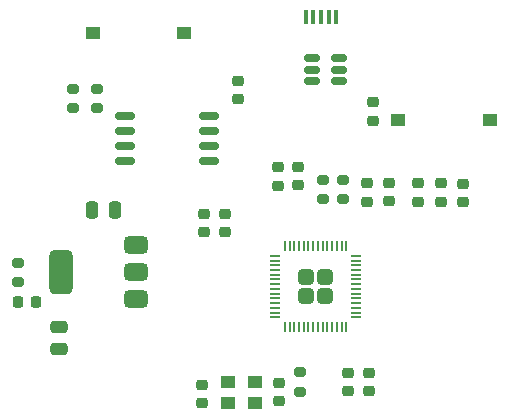
<source format=gbr>
%TF.GenerationSoftware,KiCad,Pcbnew,9.0.0*%
%TF.CreationDate,2025-07-15T18:26:09+02:00*%
%TF.ProjectId,RP2040,52503230-3430-42e6-9b69-6361645f7063,rev?*%
%TF.SameCoordinates,Original*%
%TF.FileFunction,Paste,Top*%
%TF.FilePolarity,Positive*%
%FSLAX46Y46*%
G04 Gerber Fmt 4.6, Leading zero omitted, Abs format (unit mm)*
G04 Created by KiCad (PCBNEW 9.0.0) date 2025-07-15 18:26:09*
%MOMM*%
%LPD*%
G01*
G04 APERTURE LIST*
G04 Aperture macros list*
%AMRoundRect*
0 Rectangle with rounded corners*
0 $1 Rounding radius*
0 $2 $3 $4 $5 $6 $7 $8 $9 X,Y pos of 4 corners*
0 Add a 4 corners polygon primitive as box body*
4,1,4,$2,$3,$4,$5,$6,$7,$8,$9,$2,$3,0*
0 Add four circle primitives for the rounded corners*
1,1,$1+$1,$2,$3*
1,1,$1+$1,$4,$5*
1,1,$1+$1,$6,$7*
1,1,$1+$1,$8,$9*
0 Add four rect primitives between the rounded corners*
20,1,$1+$1,$2,$3,$4,$5,0*
20,1,$1+$1,$4,$5,$6,$7,0*
20,1,$1+$1,$6,$7,$8,$9,0*
20,1,$1+$1,$8,$9,$2,$3,0*%
G04 Aperture macros list end*
%ADD10RoundRect,0.225000X0.250000X-0.225000X0.250000X0.225000X-0.250000X0.225000X-0.250000X-0.225000X0*%
%ADD11RoundRect,0.225000X-0.250000X0.225000X-0.250000X-0.225000X0.250000X-0.225000X0.250000X0.225000X0*%
%ADD12RoundRect,0.225000X-0.225000X-0.250000X0.225000X-0.250000X0.225000X0.250000X-0.225000X0.250000X0*%
%ADD13R,1.300000X1.050000*%
%ADD14R,1.250000X1.000000*%
%ADD15RoundRect,0.250000X-0.475000X0.250000X-0.475000X-0.250000X0.475000X-0.250000X0.475000X0.250000X0*%
%ADD16RoundRect,0.200000X-0.275000X0.200000X-0.275000X-0.200000X0.275000X-0.200000X0.275000X0.200000X0*%
%ADD17RoundRect,0.200000X0.275000X-0.200000X0.275000X0.200000X-0.275000X0.200000X-0.275000X-0.200000X0*%
%ADD18RoundRect,0.162500X-0.650000X-0.162500X0.650000X-0.162500X0.650000X0.162500X-0.650000X0.162500X0*%
%ADD19RoundRect,0.150000X0.512500X0.150000X-0.512500X0.150000X-0.512500X-0.150000X0.512500X-0.150000X0*%
%ADD20RoundRect,0.250000X0.250000X0.475000X-0.250000X0.475000X-0.250000X-0.475000X0.250000X-0.475000X0*%
%ADD21R,0.450000X1.300000*%
%ADD22RoundRect,0.249999X-0.395001X-0.395001X0.395001X-0.395001X0.395001X0.395001X-0.395001X0.395001X0*%
%ADD23RoundRect,0.050000X-0.387500X-0.050000X0.387500X-0.050000X0.387500X0.050000X-0.387500X0.050000X0*%
%ADD24RoundRect,0.050000X-0.050000X-0.387500X0.050000X-0.387500X0.050000X0.387500X-0.050000X0.387500X0*%
%ADD25RoundRect,0.375000X0.625000X0.375000X-0.625000X0.375000X-0.625000X-0.375000X0.625000X-0.375000X0*%
%ADD26RoundRect,0.500000X0.500000X1.400000X-0.500000X1.400000X-0.500000X-1.400000X0.500000X-1.400000X0*%
G04 APERTURE END LIST*
D10*
%TO.C,C9*%
X159240000Y-54835000D03*
X159240000Y-53285000D03*
%TD*%
D11*
%TO.C,C3*%
X155100000Y-69330000D03*
X155100000Y-70880000D03*
%TD*%
D12*
%TO.C,D1*%
X125365000Y-63350000D03*
X126915000Y-63350000D03*
%TD*%
D10*
%TO.C,C6*%
X149140000Y-53450000D03*
X149140000Y-51900000D03*
%TD*%
D13*
%TO.C,X1*%
X145452500Y-70115000D03*
X143152500Y-70115000D03*
X143152500Y-71865000D03*
X145452500Y-71865000D03*
%TD*%
D14*
%TO.C,BOOTSEL*%
X139462500Y-40595000D03*
X131712500Y-40595000D03*
%TD*%
D11*
%TO.C,C13*%
X155470000Y-46420000D03*
X155470000Y-47970000D03*
%TD*%
D15*
%TO.C,C17*%
X128880000Y-65430000D03*
X128880000Y-67330000D03*
%TD*%
D16*
%TO.C,R2*%
X132087500Y-45270000D03*
X132087500Y-46920000D03*
%TD*%
%TO.C,R1*%
X130087500Y-45270000D03*
X130087500Y-46920000D03*
%TD*%
D11*
%TO.C,C15*%
X140952500Y-70340000D03*
X140952500Y-71890000D03*
%TD*%
D10*
%TO.C,C8*%
X161240000Y-54835000D03*
X161240000Y-53285000D03*
%TD*%
D14*
%TO.C,RESET*%
X165345000Y-47920000D03*
X157595000Y-47920000D03*
%TD*%
D17*
%TO.C,R6*%
X125370000Y-61640000D03*
X125370000Y-59990000D03*
%TD*%
D10*
%TO.C,C4*%
X142930000Y-57420000D03*
X142930000Y-55870000D03*
%TD*%
D11*
%TO.C,C2*%
X153340000Y-69310000D03*
X153340000Y-70860000D03*
%TD*%
D10*
%TO.C,C1*%
X144020000Y-46150000D03*
X144020000Y-44600000D03*
%TD*%
D18*
%TO.C,U1*%
X134412500Y-47595000D03*
X134412500Y-48865000D03*
X134412500Y-50135000D03*
X134412500Y-51405000D03*
X141587500Y-51405000D03*
X141587500Y-50135000D03*
X141587500Y-48865000D03*
X141587500Y-47595000D03*
%TD*%
D10*
%TO.C,C5*%
X141120000Y-57415000D03*
X141120000Y-55865000D03*
%TD*%
%TO.C,C14*%
X147507500Y-71720000D03*
X147507500Y-70170000D03*
%TD*%
D19*
%TO.C,U3*%
X152545000Y-44600000D03*
X152545000Y-43650000D03*
X152545000Y-42700000D03*
X150270000Y-42700000D03*
X150270000Y-43650000D03*
X150270000Y-44600000D03*
%TD*%
D10*
%TO.C,C11*%
X154980000Y-54830000D03*
X154980000Y-53280000D03*
%TD*%
D20*
%TO.C,C16*%
X133580000Y-55540000D03*
X131680000Y-55540000D03*
%TD*%
D10*
%TO.C,C10*%
X163110000Y-54855000D03*
X163110000Y-53305000D03*
%TD*%
D16*
%TO.C,R4*%
X152895000Y-52985000D03*
X152895000Y-54635000D03*
%TD*%
D17*
%TO.C,R5*%
X149287500Y-70930000D03*
X149287500Y-69280000D03*
%TD*%
D10*
%TO.C,C7*%
X147410000Y-53470000D03*
X147410000Y-51920000D03*
%TD*%
D21*
%TO.C,USB*%
X152355000Y-39205000D03*
X151705000Y-39205000D03*
X151055000Y-39205000D03*
X150405000Y-39205000D03*
X149755000Y-39205000D03*
%TD*%
D22*
%TO.C,U2*%
X149785000Y-61220000D03*
X149785000Y-62820000D03*
X151385000Y-61220000D03*
X151385000Y-62820000D03*
D23*
X147147500Y-59420000D03*
X147147500Y-59820000D03*
X147147500Y-60220000D03*
X147147500Y-60620000D03*
X147147500Y-61020000D03*
X147147500Y-61420000D03*
X147147500Y-61820000D03*
X147147500Y-62220000D03*
X147147500Y-62620000D03*
X147147500Y-63020000D03*
X147147500Y-63420000D03*
X147147500Y-63820000D03*
X147147500Y-64220000D03*
X147147500Y-64620000D03*
D24*
X147985000Y-65457500D03*
X148385000Y-65457500D03*
X148785000Y-65457500D03*
X149185000Y-65457500D03*
X149585000Y-65457500D03*
X149985000Y-65457500D03*
X150385000Y-65457500D03*
X150785000Y-65457500D03*
X151185000Y-65457500D03*
X151585000Y-65457500D03*
X151985000Y-65457500D03*
X152385000Y-65457500D03*
X152785000Y-65457500D03*
X153185000Y-65457500D03*
D23*
X154022500Y-64620000D03*
X154022500Y-64220000D03*
X154022500Y-63820000D03*
X154022500Y-63420000D03*
X154022500Y-63020000D03*
X154022500Y-62620000D03*
X154022500Y-62220000D03*
X154022500Y-61820000D03*
X154022500Y-61420000D03*
X154022500Y-61020000D03*
X154022500Y-60620000D03*
X154022500Y-60220000D03*
X154022500Y-59820000D03*
X154022500Y-59420000D03*
D24*
X153185000Y-58582500D03*
X152785000Y-58582500D03*
X152385000Y-58582500D03*
X151985000Y-58582500D03*
X151585000Y-58582500D03*
X151185000Y-58582500D03*
X150785000Y-58582500D03*
X150385000Y-58582500D03*
X149985000Y-58582500D03*
X149585000Y-58582500D03*
X149185000Y-58582500D03*
X148785000Y-58582500D03*
X148385000Y-58582500D03*
X147985000Y-58582500D03*
%TD*%
D16*
%TO.C,R3*%
X151220000Y-52985000D03*
X151220000Y-54635000D03*
%TD*%
D25*
%TO.C,U4*%
X135360000Y-63090000D03*
X135360000Y-60790000D03*
D26*
X129060000Y-60790000D03*
D25*
X135360000Y-58490000D03*
%TD*%
D10*
%TO.C,C12*%
X156780000Y-54770000D03*
X156780000Y-53220000D03*
%TD*%
M02*

</source>
